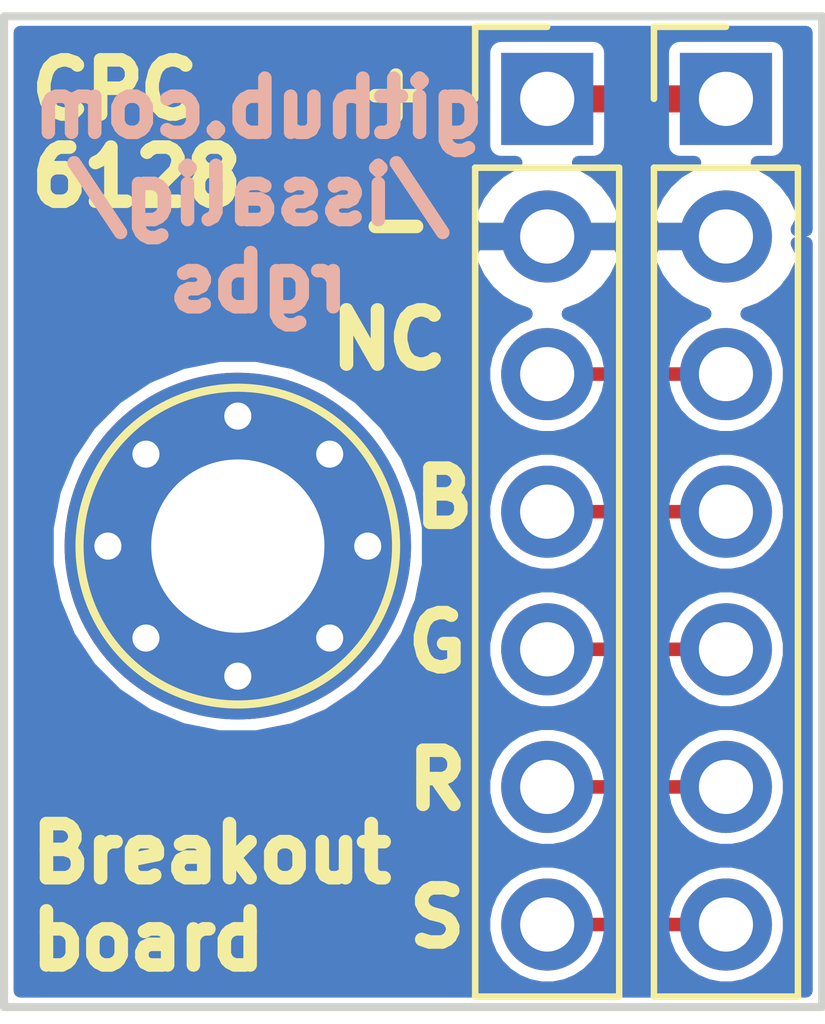
<source format=kicad_pcb>
(kicad_pcb (version 20171130) (host pcbnew 5.1.5+dfsg1-2build2)

  (general
    (thickness 1.6)
    (drawings 15)
    (tracks 8)
    (zones 0)
    (modules 3)
    (nets 8)
  )

  (page A4)
  (title_block
    (title OpenVideoModulator)
    (date 2019-03-21)
    (rev 1)
    (company SukkoPera)
    (comment 1 "Thanks to CPCWiki")
    (comment 2 http://www.cpcwiki.eu/index.php/RGB_SVideo)
    (comment 3 "Licensed under CERN OHL v.1.2")
  )

  (layers
    (0 F.Cu signal)
    (31 B.Cu signal)
    (36 B.SilkS user)
    (37 F.SilkS user)
    (38 B.Mask user)
    (39 F.Mask user)
    (44 Edge.Cuts user)
    (45 Margin user)
    (46 B.CrtYd user)
    (47 F.CrtYd user hide)
    (49 F.Fab user hide)
  )

  (setup
    (last_trace_width 0.25)
    (trace_clearance 0.2)
    (zone_clearance 0.1)
    (zone_45_only yes)
    (trace_min 0.2)
    (via_size 0.6)
    (via_drill 0.4)
    (via_min_size 0.4)
    (via_min_drill 0.3)
    (uvia_size 0.3)
    (uvia_drill 0.1)
    (uvias_allowed no)
    (uvia_min_size 0.2)
    (uvia_min_drill 0.1)
    (edge_width 0.15)
    (segment_width 0.2)
    (pcb_text_width 0.3)
    (pcb_text_size 1.5 1.5)
    (mod_edge_width 0.15)
    (mod_text_size 1 1)
    (mod_text_width 0.15)
    (pad_size 1.524 1.524)
    (pad_drill 0.762)
    (pad_to_mask_clearance 0)
    (solder_mask_min_width 0.2)
    (aux_axis_origin 0 0)
    (visible_elements FFFFF77F)
    (pcbplotparams
      (layerselection 0x010f0_ffffffff)
      (usegerberextensions false)
      (usegerberattributes false)
      (usegerberadvancedattributes false)
      (creategerberjobfile false)
      (excludeedgelayer true)
      (linewidth 0.100000)
      (plotframeref false)
      (viasonmask true)
      (mode 1)
      (useauxorigin false)
      (hpglpennumber 1)
      (hpglpenspeed 20)
      (hpglpendiameter 15.000000)
      (psnegative false)
      (psa4output false)
      (plotreference true)
      (plotvalue true)
      (plotinvisibletext false)
      (padsonsilk false)
      (subtractmaskfromsilk false)
      (outputformat 1)
      (mirror false)
      (drillshape 0)
      (scaleselection 1)
      (outputdirectory "gerbers"))
  )

  (net 0 "")
  (net 1 /sync_in)
  (net 2 /red_in)
  (net 3 /green_in)
  (net 4 /blue_in)
  (net 5 GND)
  (net 6 VCC)
  (net 7 /nc)

  (net_class Default "This is the default net class."
    (clearance 0.2)
    (trace_width 0.25)
    (via_dia 0.6)
    (via_drill 0.4)
    (uvia_dia 0.3)
    (uvia_drill 0.1)
    (add_net /blue_in)
    (add_net /green_in)
    (add_net /nc)
    (add_net /red_in)
    (add_net /sync_in)
    (add_net GND)
    (add_net VCC)
  )

  (net_class Power ""
    (clearance 0.2)
    (trace_width 0.5)
    (via_dia 0.8)
    (via_drill 0.6)
    (uvia_dia 0.3)
    (uvia_drill 0.1)
  )

  (module Connector_PinHeader_2.54mm:PinHeader_1x07_P2.54mm_Vertical (layer F.Cu) (tedit 59FED5CC) (tstamp 604B2924)
    (at 147.193 21.463)
    (descr "Through hole straight pin header, 1x07, 2.54mm pitch, single row")
    (tags "Through hole pin header THT 1x07 2.54mm single row")
    (path /5C9A7D83)
    (fp_text reference J1 (at 0 -2.33) (layer F.SilkS) hide
      (effects (font (size 1 1) (thickness 0.15)))
    )
    (fp_text value CONN_7 (at 0 17.57) (layer F.Fab)
      (effects (font (size 1 1) (thickness 0.15)))
    )
    (fp_text user %R (at 0 7.62 90) (layer F.Fab)
      (effects (font (size 1 1) (thickness 0.15)))
    )
    (fp_line (start 1.8 -1.8) (end -1.8 -1.8) (layer F.CrtYd) (width 0.05))
    (fp_line (start 1.8 17.05) (end 1.8 -1.8) (layer F.CrtYd) (width 0.05))
    (fp_line (start -1.8 17.05) (end 1.8 17.05) (layer F.CrtYd) (width 0.05))
    (fp_line (start -1.8 -1.8) (end -1.8 17.05) (layer F.CrtYd) (width 0.05))
    (fp_line (start -1.33 -1.33) (end 0 -1.33) (layer F.SilkS) (width 0.12))
    (fp_line (start -1.33 0) (end -1.33 -1.33) (layer F.SilkS) (width 0.12))
    (fp_line (start -1.33 1.27) (end 1.33 1.27) (layer F.SilkS) (width 0.12))
    (fp_line (start 1.33 1.27) (end 1.33 16.57) (layer F.SilkS) (width 0.12))
    (fp_line (start -1.33 1.27) (end -1.33 16.57) (layer F.SilkS) (width 0.12))
    (fp_line (start -1.33 16.57) (end 1.33 16.57) (layer F.SilkS) (width 0.12))
    (fp_line (start -1.27 -0.635) (end -0.635 -1.27) (layer F.Fab) (width 0.1))
    (fp_line (start -1.27 16.51) (end -1.27 -0.635) (layer F.Fab) (width 0.1))
    (fp_line (start 1.27 16.51) (end -1.27 16.51) (layer F.Fab) (width 0.1))
    (fp_line (start 1.27 -1.27) (end 1.27 16.51) (layer F.Fab) (width 0.1))
    (fp_line (start -0.635 -1.27) (end 1.27 -1.27) (layer F.Fab) (width 0.1))
    (pad 7 thru_hole oval (at 0 15.24) (size 1.7 1.7) (drill 1) (layers *.Cu *.Mask)
      (net 1 /sync_in))
    (pad 6 thru_hole oval (at 0 12.7) (size 1.7 1.7) (drill 1) (layers *.Cu *.Mask)
      (net 2 /red_in))
    (pad 5 thru_hole oval (at 0 10.16) (size 1.7 1.7) (drill 1) (layers *.Cu *.Mask)
      (net 3 /green_in))
    (pad 4 thru_hole oval (at 0 7.62) (size 1.7 1.7) (drill 1) (layers *.Cu *.Mask)
      (net 4 /blue_in))
    (pad 3 thru_hole oval (at 0 5.08) (size 1.7 1.7) (drill 1) (layers *.Cu *.Mask)
      (net 7 /nc))
    (pad 2 thru_hole oval (at 0 2.54) (size 1.7 1.7) (drill 1) (layers *.Cu *.Mask)
      (net 5 GND))
    (pad 1 thru_hole rect (at 0 0) (size 1.7 1.7) (drill 1) (layers *.Cu *.Mask)
      (net 6 VCC))
    (model ${KISYS3DMOD}/Connector_PinHeader_2.54mm.3dshapes/PinHeader_1x07_P2.54mm_Vertical.wrl
      (at (xyz 0 0 0))
      (scale (xyz 1 1 1))
      (rotate (xyz 0 0 0))
    )
  )

  (module Connector_PinHeader_2.54mm:PinHeader_1x07_P2.54mm_Vertical (layer F.Cu) (tedit 59FED5CC) (tstamp 604B2E3C)
    (at 143.891 21.463)
    (descr "Through hole straight pin header, 1x07, 2.54mm pitch, single row")
    (tags "Through hole pin header THT 1x07 2.54mm single row")
    (path /604C1F91)
    (fp_text reference J2 (at 0 -2.33) (layer F.SilkS) hide
      (effects (font (size 1 1) (thickness 0.15)))
    )
    (fp_text value CONN_7 (at 0 17.57) (layer F.Fab)
      (effects (font (size 1 1) (thickness 0.15)))
    )
    (fp_text user %R (at 0 7.62 90) (layer F.Fab)
      (effects (font (size 1 1) (thickness 0.15)))
    )
    (fp_line (start 1.8 -1.8) (end -1.8 -1.8) (layer F.CrtYd) (width 0.05))
    (fp_line (start 1.8 17.05) (end 1.8 -1.8) (layer F.CrtYd) (width 0.05))
    (fp_line (start -1.8 17.05) (end 1.8 17.05) (layer F.CrtYd) (width 0.05))
    (fp_line (start -1.8 -1.8) (end -1.8 17.05) (layer F.CrtYd) (width 0.05))
    (fp_line (start -1.33 -1.33) (end 0 -1.33) (layer F.SilkS) (width 0.12))
    (fp_line (start -1.33 0) (end -1.33 -1.33) (layer F.SilkS) (width 0.12))
    (fp_line (start -1.33 1.27) (end 1.33 1.27) (layer F.SilkS) (width 0.12))
    (fp_line (start 1.33 1.27) (end 1.33 16.57) (layer F.SilkS) (width 0.12))
    (fp_line (start -1.33 1.27) (end -1.33 16.57) (layer F.SilkS) (width 0.12))
    (fp_line (start -1.33 16.57) (end 1.33 16.57) (layer F.SilkS) (width 0.12))
    (fp_line (start -1.27 -0.635) (end -0.635 -1.27) (layer F.Fab) (width 0.1))
    (fp_line (start -1.27 16.51) (end -1.27 -0.635) (layer F.Fab) (width 0.1))
    (fp_line (start 1.27 16.51) (end -1.27 16.51) (layer F.Fab) (width 0.1))
    (fp_line (start 1.27 -1.27) (end 1.27 16.51) (layer F.Fab) (width 0.1))
    (fp_line (start -0.635 -1.27) (end 1.27 -1.27) (layer F.Fab) (width 0.1))
    (pad 7 thru_hole oval (at 0 15.24) (size 1.7 1.7) (drill 1) (layers *.Cu *.Mask)
      (net 1 /sync_in))
    (pad 6 thru_hole oval (at 0 12.7) (size 1.7 1.7) (drill 1) (layers *.Cu *.Mask)
      (net 2 /red_in))
    (pad 5 thru_hole oval (at 0 10.16) (size 1.7 1.7) (drill 1) (layers *.Cu *.Mask)
      (net 3 /green_in))
    (pad 4 thru_hole oval (at 0 7.62) (size 1.7 1.7) (drill 1) (layers *.Cu *.Mask)
      (net 4 /blue_in))
    (pad 3 thru_hole oval (at 0 5.08) (size 1.7 1.7) (drill 1) (layers *.Cu *.Mask)
      (net 7 /nc))
    (pad 2 thru_hole oval (at 0 2.54) (size 1.7 1.7) (drill 1) (layers *.Cu *.Mask)
      (net 5 GND))
    (pad 1 thru_hole rect (at 0 0) (size 1.7 1.7) (drill 1) (layers *.Cu *.Mask)
      (net 6 VCC))
    (model ${KISYS3DMOD}/Connector_PinHeader_2.54mm.3dshapes/PinHeader_1x07_P2.54mm_Vertical.wrl
      (at (xyz 0 0 0))
      (scale (xyz 1 1 1))
      (rotate (xyz 0 0 0))
    )
  )

  (module MountingHole:MountingHole_3.2mm_M3_Pad_Via (layer F.Cu) (tedit 56DDBCCA) (tstamp 604B2CF1)
    (at 138.176 29.718)
    (descr "Mounting Hole 3.2mm, M3")
    (tags "mounting hole 3.2mm m3")
    (path /606029DF)
    (attr virtual)
    (fp_text reference H1 (at 0 -4.2) (layer F.SilkS) hide
      (effects (font (size 1 1) (thickness 0.15)))
    )
    (fp_text value MountingHole (at 0 4.2) (layer F.Fab)
      (effects (font (size 1 1) (thickness 0.15)))
    )
    (fp_circle (center 0 0) (end 3.45 0) (layer F.CrtYd) (width 0.05))
    (fp_circle (center 0 0) (end 3.2 0) (layer Cmts.User) (width 0.15))
    (fp_text user %R (at 0.3 0) (layer F.Fab)
      (effects (font (size 1 1) (thickness 0.15)))
    )
    (pad 1 thru_hole circle (at 1.697056 -1.697056) (size 0.8 0.8) (drill 0.5) (layers *.Cu *.Mask))
    (pad 1 thru_hole circle (at 0 -2.4) (size 0.8 0.8) (drill 0.5) (layers *.Cu *.Mask))
    (pad 1 thru_hole circle (at -1.697056 -1.697056) (size 0.8 0.8) (drill 0.5) (layers *.Cu *.Mask))
    (pad 1 thru_hole circle (at -2.4 0) (size 0.8 0.8) (drill 0.5) (layers *.Cu *.Mask))
    (pad 1 thru_hole circle (at -1.697056 1.697056) (size 0.8 0.8) (drill 0.5) (layers *.Cu *.Mask))
    (pad 1 thru_hole circle (at 0 2.4) (size 0.8 0.8) (drill 0.5) (layers *.Cu *.Mask))
    (pad 1 thru_hole circle (at 1.697056 1.697056) (size 0.8 0.8) (drill 0.5) (layers *.Cu *.Mask))
    (pad 1 thru_hole circle (at 2.4 0) (size 0.8 0.8) (drill 0.5) (layers *.Cu *.Mask))
    (pad 1 thru_hole circle (at 0 0) (size 6.4 6.4) (drill 3.2) (layers *.Cu *.Mask))
  )

  (gr_text "github.com\n/issalig/\nrgbs" (at 138.557 23.241) (layer B.SilkS)
    (effects (font (size 1 1) (thickness 0.25)) (justify mirror))
  )
  (gr_line (start 148.971 38.227) (end 148.971 19.939) (layer Edge.Cuts) (width 0.15) (tstamp 60455118))
  (gr_line (start 133.858 19.939) (end 148.971 19.939) (layer Edge.Cuts) (width 0.15))
  (gr_text S (at 141.859 36.576) (layer F.SilkS) (tstamp 604B2E79)
    (effects (font (size 1 1) (thickness 0.25)))
  )
  (gr_text R (at 141.859 34.036) (layer F.SilkS) (tstamp 604B2E79)
    (effects (font (size 1 1) (thickness 0.25)))
  )
  (gr_text G (at 141.859 31.496) (layer F.SilkS) (tstamp 604B2E79)
    (effects (font (size 1 1) (thickness 0.25)))
  )
  (gr_text B (at 141.986 28.829) (layer F.SilkS) (tstamp 604B2E79)
    (effects (font (size 1 1) (thickness 0.25)))
  )
  (gr_text NC (at 140.97 25.908) (layer F.SilkS) (tstamp 604B2CC0)
    (effects (font (size 1 1) (thickness 0.25)))
  )
  (gr_text - (at 141.097 23.749) (layer F.SilkS) (tstamp 604B2CC0)
    (effects (font (size 1 1) (thickness 0.25)))
  )
  (gr_text + (at 141.097 21.336) (layer F.SilkS)
    (effects (font (size 1 1) (thickness 0.25)))
  )
  (gr_text "Breakout \nboard" (at 134.239 36.195) (layer F.SilkS) (tstamp 604B2C26)
    (effects (font (size 1 1) (thickness 0.25)) (justify left))
  )
  (gr_text "CPC\n6128 \n" (at 134.239 22.098) (layer F.SilkS)
    (effects (font (size 1 1) (thickness 0.25)) (justify left))
  )
  (gr_circle (center 138.176 29.718) (end 139.827 27.305) (layer F.SilkS) (width 0.15) (tstamp 60455607))
  (gr_line (start 133.858 38.227) (end 133.858 19.939) (layer Edge.Cuts) (width 0.15))
  (gr_line (start 148.971 38.227) (end 133.858 38.227) (layer Edge.Cuts) (width 0.15))

  (segment (start 143.891 36.703) (end 145.093081 36.703) (width 0.25) (layer F.Cu) (net 1))
  (segment (start 145.093081 36.703) (end 147.193 36.703) (width 0.25) (layer F.Cu) (net 1))
  (segment (start 143.891 34.163) (end 147.193 34.163) (width 0.25) (layer F.Cu) (net 2))
  (segment (start 143.891 31.623) (end 147.193 31.623) (width 0.25) (layer F.Cu) (net 3))
  (segment (start 143.891 29.083) (end 147.193 29.083) (width 0.25) (layer F.Cu) (net 4))
  (segment (start 143.891 24.003) (end 147.193 24.003) (width 0.5) (layer F.Cu) (net 5))
  (segment (start 143.891 21.463) (end 147.193 21.463) (width 0.5) (layer F.Cu) (net 6))
  (segment (start 143.891 26.543) (end 147.193 26.543) (width 0.25) (layer F.Cu) (net 7))

  (zone (net 5) (net_name GND) (layer B.Cu) (tstamp 0) (hatch edge 0.508)
    (connect_pads (clearance 0.1))
    (min_thickness 0.254)
    (fill yes (arc_segments 32) (thermal_gap 0.508) (thermal_bridge_width 0.508))
    (polygon
      (pts
        (xy 148.844 38.1) (xy 133.985 38.1) (xy 133.985 20.066) (xy 148.844 20.066)
      )
    )
    (filled_polygon
      (pts
        (xy 148.669001 23.875998) (xy 148.513156 23.875998) (xy 148.634476 23.64611) (xy 148.589825 23.498901) (xy 148.464641 23.23608)
        (xy 148.290588 23.002731) (xy 148.074355 22.807822) (xy 147.824252 22.658843) (xy 147.775592 22.641582) (xy 148.043 22.641582)
        (xy 148.107103 22.635268) (xy 148.168743 22.61657) (xy 148.22555 22.586206) (xy 148.275343 22.545343) (xy 148.316206 22.49555)
        (xy 148.34657 22.438743) (xy 148.365268 22.377103) (xy 148.371582 22.313) (xy 148.371582 20.613) (xy 148.365268 20.548897)
        (xy 148.34657 20.487257) (xy 148.316206 20.43045) (xy 148.275343 20.380657) (xy 148.22555 20.339794) (xy 148.168743 20.30943)
        (xy 148.107103 20.290732) (xy 148.043 20.284418) (xy 146.343 20.284418) (xy 146.278897 20.290732) (xy 146.217257 20.30943)
        (xy 146.16045 20.339794) (xy 146.110657 20.380657) (xy 146.069794 20.43045) (xy 146.03943 20.487257) (xy 146.020732 20.548897)
        (xy 146.014418 20.613) (xy 146.014418 22.313) (xy 146.020732 22.377103) (xy 146.03943 22.438743) (xy 146.069794 22.49555)
        (xy 146.110657 22.545343) (xy 146.16045 22.586206) (xy 146.217257 22.61657) (xy 146.278897 22.635268) (xy 146.343 22.641582)
        (xy 146.610408 22.641582) (xy 146.561748 22.658843) (xy 146.311645 22.807822) (xy 146.095412 23.002731) (xy 145.921359 23.23608)
        (xy 145.796175 23.498901) (xy 145.751524 23.64611) (xy 145.872845 23.876) (xy 147.066 23.876) (xy 147.066 23.856)
        (xy 147.32 23.856) (xy 147.32 23.876) (xy 147.34 23.876) (xy 147.34 24.13) (xy 147.32 24.13)
        (xy 147.32 24.15) (xy 147.066 24.15) (xy 147.066 24.13) (xy 145.872845 24.13) (xy 145.751524 24.35989)
        (xy 145.796175 24.507099) (xy 145.921359 24.76992) (xy 146.095412 25.003269) (xy 146.311645 25.198178) (xy 146.561748 25.347157)
        (xy 146.800179 25.431736) (xy 146.635481 25.499956) (xy 146.442706 25.628764) (xy 146.278764 25.792706) (xy 146.149956 25.985481)
        (xy 146.061231 26.199682) (xy 146.016 26.427076) (xy 146.016 26.658924) (xy 146.061231 26.886318) (xy 146.149956 27.100519)
        (xy 146.278764 27.293294) (xy 146.442706 27.457236) (xy 146.635481 27.586044) (xy 146.849682 27.674769) (xy 147.077076 27.72)
        (xy 147.308924 27.72) (xy 147.536318 27.674769) (xy 147.750519 27.586044) (xy 147.943294 27.457236) (xy 148.107236 27.293294)
        (xy 148.236044 27.100519) (xy 148.324769 26.886318) (xy 148.37 26.658924) (xy 148.37 26.427076) (xy 148.324769 26.199682)
        (xy 148.236044 25.985481) (xy 148.107236 25.792706) (xy 147.943294 25.628764) (xy 147.750519 25.499956) (xy 147.585821 25.431736)
        (xy 147.824252 25.347157) (xy 148.074355 25.198178) (xy 148.290588 25.003269) (xy 148.464641 24.76992) (xy 148.589825 24.507099)
        (xy 148.634476 24.35989) (xy 148.513156 24.130002) (xy 148.669001 24.130002) (xy 148.669 37.925) (xy 134.16 37.925)
        (xy 134.16 36.587076) (xy 142.714 36.587076) (xy 142.714 36.818924) (xy 142.759231 37.046318) (xy 142.847956 37.260519)
        (xy 142.976764 37.453294) (xy 143.140706 37.617236) (xy 143.333481 37.746044) (xy 143.547682 37.834769) (xy 143.775076 37.88)
        (xy 144.006924 37.88) (xy 144.234318 37.834769) (xy 144.448519 37.746044) (xy 144.641294 37.617236) (xy 144.805236 37.453294)
        (xy 144.934044 37.260519) (xy 145.022769 37.046318) (xy 145.068 36.818924) (xy 145.068 36.587076) (xy 146.016 36.587076)
        (xy 146.016 36.818924) (xy 146.061231 37.046318) (xy 146.149956 37.260519) (xy 146.278764 37.453294) (xy 146.442706 37.617236)
        (xy 146.635481 37.746044) (xy 146.849682 37.834769) (xy 147.077076 37.88) (xy 147.308924 37.88) (xy 147.536318 37.834769)
        (xy 147.750519 37.746044) (xy 147.943294 37.617236) (xy 148.107236 37.453294) (xy 148.236044 37.260519) (xy 148.324769 37.046318)
        (xy 148.37 36.818924) (xy 148.37 36.587076) (xy 148.324769 36.359682) (xy 148.236044 36.145481) (xy 148.107236 35.952706)
        (xy 147.943294 35.788764) (xy 147.750519 35.659956) (xy 147.536318 35.571231) (xy 147.308924 35.526) (xy 147.077076 35.526)
        (xy 146.849682 35.571231) (xy 146.635481 35.659956) (xy 146.442706 35.788764) (xy 146.278764 35.952706) (xy 146.149956 36.145481)
        (xy 146.061231 36.359682) (xy 146.016 36.587076) (xy 145.068 36.587076) (xy 145.022769 36.359682) (xy 144.934044 36.145481)
        (xy 144.805236 35.952706) (xy 144.641294 35.788764) (xy 144.448519 35.659956) (xy 144.234318 35.571231) (xy 144.006924 35.526)
        (xy 143.775076 35.526) (xy 143.547682 35.571231) (xy 143.333481 35.659956) (xy 143.140706 35.788764) (xy 142.976764 35.952706)
        (xy 142.847956 36.145481) (xy 142.759231 36.359682) (xy 142.714 36.587076) (xy 134.16 36.587076) (xy 134.16 34.047076)
        (xy 142.714 34.047076) (xy 142.714 34.278924) (xy 142.759231 34.506318) (xy 142.847956 34.720519) (xy 142.976764 34.913294)
        (xy 143.140706 35.077236) (xy 143.333481 35.206044) (xy 143.547682 35.294769) (xy 143.775076 35.34) (xy 144.006924 35.34)
        (xy 144.234318 35.294769) (xy 144.448519 35.206044) (xy 144.641294 35.077236) (xy 144.805236 34.913294) (xy 144.934044 34.720519)
        (xy 145.022769 34.506318) (xy 145.068 34.278924) (xy 145.068 34.047076) (xy 146.016 34.047076) (xy 146.016 34.278924)
        (xy 146.061231 34.506318) (xy 146.149956 34.720519) (xy 146.278764 34.913294) (xy 146.442706 35.077236) (xy 146.635481 35.206044)
        (xy 146.849682 35.294769) (xy 147.077076 35.34) (xy 147.308924 35.34) (xy 147.536318 35.294769) (xy 147.750519 35.206044)
        (xy 147.943294 35.077236) (xy 148.107236 34.913294) (xy 148.236044 34.720519) (xy 148.324769 34.506318) (xy 148.37 34.278924)
        (xy 148.37 34.047076) (xy 148.324769 33.819682) (xy 148.236044 33.605481) (xy 148.107236 33.412706) (xy 147.943294 33.248764)
        (xy 147.750519 33.119956) (xy 147.536318 33.031231) (xy 147.308924 32.986) (xy 147.077076 32.986) (xy 146.849682 33.031231)
        (xy 146.635481 33.119956) (xy 146.442706 33.248764) (xy 146.278764 33.412706) (xy 146.149956 33.605481) (xy 146.061231 33.819682)
        (xy 146.016 34.047076) (xy 145.068 34.047076) (xy 145.022769 33.819682) (xy 144.934044 33.605481) (xy 144.805236 33.412706)
        (xy 144.641294 33.248764) (xy 144.448519 33.119956) (xy 144.234318 33.031231) (xy 144.006924 32.986) (xy 143.775076 32.986)
        (xy 143.547682 33.031231) (xy 143.333481 33.119956) (xy 143.140706 33.248764) (xy 142.976764 33.412706) (xy 142.847956 33.605481)
        (xy 142.759231 33.819682) (xy 142.714 34.047076) (xy 134.16 34.047076) (xy 134.16 29.370621) (xy 134.649 29.370621)
        (xy 134.649 30.065379) (xy 134.78454 30.746788) (xy 135.050413 31.388661) (xy 135.4364 31.966332) (xy 135.927668 32.4576)
        (xy 136.505339 32.843587) (xy 137.147212 33.10946) (xy 137.828621 33.245) (xy 138.523379 33.245) (xy 139.204788 33.10946)
        (xy 139.846661 32.843587) (xy 140.424332 32.4576) (xy 140.9156 31.966332) (xy 141.222464 31.507076) (xy 142.714 31.507076)
        (xy 142.714 31.738924) (xy 142.759231 31.966318) (xy 142.847956 32.180519) (xy 142.976764 32.373294) (xy 143.140706 32.537236)
        (xy 143.333481 32.666044) (xy 143.547682 32.754769) (xy 143.775076 32.8) (xy 144.006924 32.8) (xy 144.234318 32.754769)
        (xy 144.448519 32.666044) (xy 144.641294 32.537236) (xy 144.805236 32.373294) (xy 144.934044 32.180519) (xy 145.022769 31.966318)
        (xy 145.068 31.738924) (xy 145.068 31.507076) (xy 146.016 31.507076) (xy 146.016 31.738924) (xy 146.061231 31.966318)
        (xy 146.149956 32.180519) (xy 146.278764 32.373294) (xy 146.442706 32.537236) (xy 146.635481 32.666044) (xy 146.849682 32.754769)
        (xy 147.077076 32.8) (xy 147.308924 32.8) (xy 147.536318 32.754769) (xy 147.750519 32.666044) (xy 147.943294 32.537236)
        (xy 148.107236 32.373294) (xy 148.236044 32.180519) (xy 148.324769 31.966318) (xy 148.37 31.738924) (xy 148.37 31.507076)
        (xy 148.324769 31.279682) (xy 148.236044 31.065481) (xy 148.107236 30.872706) (xy 147.943294 30.708764) (xy 147.750519 30.579956)
        (xy 147.536318 30.491231) (xy 147.308924 30.446) (xy 147.077076 30.446) (xy 146.849682 30.491231) (xy 146.635481 30.579956)
        (xy 146.442706 30.708764) (xy 146.278764 30.872706) (xy 146.149956 31.065481) (xy 146.061231 31.279682) (xy 146.016 31.507076)
        (xy 145.068 31.507076) (xy 145.022769 31.279682) (xy 144.934044 31.065481) (xy 144.805236 30.872706) (xy 144.641294 30.708764)
        (xy 144.448519 30.579956) (xy 144.234318 30.491231) (xy 144.006924 30.446) (xy 143.775076 30.446) (xy 143.547682 30.491231)
        (xy 143.333481 30.579956) (xy 143.140706 30.708764) (xy 142.976764 30.872706) (xy 142.847956 31.065481) (xy 142.759231 31.279682)
        (xy 142.714 31.507076) (xy 141.222464 31.507076) (xy 141.301587 31.388661) (xy 141.56746 30.746788) (xy 141.703 30.065379)
        (xy 141.703 29.370621) (xy 141.622731 28.967076) (xy 142.714 28.967076) (xy 142.714 29.198924) (xy 142.759231 29.426318)
        (xy 142.847956 29.640519) (xy 142.976764 29.833294) (xy 143.140706 29.997236) (xy 143.333481 30.126044) (xy 143.547682 30.214769)
        (xy 143.775076 30.26) (xy 144.006924 30.26) (xy 144.234318 30.214769) (xy 144.448519 30.126044) (xy 144.641294 29.997236)
        (xy 144.805236 29.833294) (xy 144.934044 29.640519) (xy 145.022769 29.426318) (xy 145.068 29.198924) (xy 145.068 28.967076)
        (xy 146.016 28.967076) (xy 146.016 29.198924) (xy 146.061231 29.426318) (xy 146.149956 29.640519) (xy 146.278764 29.833294)
        (xy 146.442706 29.997236) (xy 146.635481 30.126044) (xy 146.849682 30.214769) (xy 147.077076 30.26) (xy 147.308924 30.26)
        (xy 147.536318 30.214769) (xy 147.750519 30.126044) (xy 147.943294 29.997236) (xy 148.107236 29.833294) (xy 148.236044 29.640519)
        (xy 148.324769 29.426318) (xy 148.37 29.198924) (xy 148.37 28.967076) (xy 148.324769 28.739682) (xy 148.236044 28.525481)
        (xy 148.107236 28.332706) (xy 147.943294 28.168764) (xy 147.750519 28.039956) (xy 147.536318 27.951231) (xy 147.308924 27.906)
        (xy 147.077076 27.906) (xy 146.849682 27.951231) (xy 146.635481 28.039956) (xy 146.442706 28.168764) (xy 146.278764 28.332706)
        (xy 146.149956 28.525481) (xy 146.061231 28.739682) (xy 146.016 28.967076) (xy 145.068 28.967076) (xy 145.022769 28.739682)
        (xy 144.934044 28.525481) (xy 144.805236 28.332706) (xy 144.641294 28.168764) (xy 144.448519 28.039956) (xy 144.234318 27.951231)
        (xy 144.006924 27.906) (xy 143.775076 27.906) (xy 143.547682 27.951231) (xy 143.333481 28.039956) (xy 143.140706 28.168764)
        (xy 142.976764 28.332706) (xy 142.847956 28.525481) (xy 142.759231 28.739682) (xy 142.714 28.967076) (xy 141.622731 28.967076)
        (xy 141.56746 28.689212) (xy 141.301587 28.047339) (xy 140.9156 27.469668) (xy 140.424332 26.9784) (xy 139.846661 26.592413)
        (xy 139.204788 26.32654) (xy 138.523379 26.191) (xy 137.828621 26.191) (xy 137.147212 26.32654) (xy 136.505339 26.592413)
        (xy 135.927668 26.9784) (xy 135.4364 27.469668) (xy 135.050413 28.047339) (xy 134.78454 28.689212) (xy 134.649 29.370621)
        (xy 134.16 29.370621) (xy 134.16 24.35989) (xy 142.449524 24.35989) (xy 142.494175 24.507099) (xy 142.619359 24.76992)
        (xy 142.793412 25.003269) (xy 143.009645 25.198178) (xy 143.259748 25.347157) (xy 143.498179 25.431736) (xy 143.333481 25.499956)
        (xy 143.140706 25.628764) (xy 142.976764 25.792706) (xy 142.847956 25.985481) (xy 142.759231 26.199682) (xy 142.714 26.427076)
        (xy 142.714 26.658924) (xy 142.759231 26.886318) (xy 142.847956 27.100519) (xy 142.976764 27.293294) (xy 143.140706 27.457236)
        (xy 143.333481 27.586044) (xy 143.547682 27.674769) (xy 143.775076 27.72) (xy 144.006924 27.72) (xy 144.234318 27.674769)
        (xy 144.448519 27.586044) (xy 144.641294 27.457236) (xy 144.805236 27.293294) (xy 144.934044 27.100519) (xy 145.022769 26.886318)
        (xy 145.068 26.658924) (xy 145.068 26.427076) (xy 145.022769 26.199682) (xy 144.934044 25.985481) (xy 144.805236 25.792706)
        (xy 144.641294 25.628764) (xy 144.448519 25.499956) (xy 144.283821 25.431736) (xy 144.522252 25.347157) (xy 144.772355 25.198178)
        (xy 144.988588 25.003269) (xy 145.162641 24.76992) (xy 145.287825 24.507099) (xy 145.332476 24.35989) (xy 145.211155 24.13)
        (xy 144.018 24.13) (xy 144.018 24.15) (xy 143.764 24.15) (xy 143.764 24.13) (xy 142.570845 24.13)
        (xy 142.449524 24.35989) (xy 134.16 24.35989) (xy 134.16 23.64611) (xy 142.449524 23.64611) (xy 142.570845 23.876)
        (xy 143.764 23.876) (xy 143.764 23.856) (xy 144.018 23.856) (xy 144.018 23.876) (xy 145.211155 23.876)
        (xy 145.332476 23.64611) (xy 145.287825 23.498901) (xy 145.162641 23.23608) (xy 144.988588 23.002731) (xy 144.772355 22.807822)
        (xy 144.522252 22.658843) (xy 144.473592 22.641582) (xy 144.741 22.641582) (xy 144.805103 22.635268) (xy 144.866743 22.61657)
        (xy 144.92355 22.586206) (xy 144.973343 22.545343) (xy 145.014206 22.49555) (xy 145.04457 22.438743) (xy 145.063268 22.377103)
        (xy 145.069582 22.313) (xy 145.069582 20.613) (xy 145.063268 20.548897) (xy 145.04457 20.487257) (xy 145.014206 20.43045)
        (xy 144.973343 20.380657) (xy 144.92355 20.339794) (xy 144.866743 20.30943) (xy 144.805103 20.290732) (xy 144.741 20.284418)
        (xy 143.041 20.284418) (xy 142.976897 20.290732) (xy 142.915257 20.30943) (xy 142.85845 20.339794) (xy 142.808657 20.380657)
        (xy 142.767794 20.43045) (xy 142.73743 20.487257) (xy 142.718732 20.548897) (xy 142.712418 20.613) (xy 142.712418 22.313)
        (xy 142.718732 22.377103) (xy 142.73743 22.438743) (xy 142.767794 22.49555) (xy 142.808657 22.545343) (xy 142.85845 22.586206)
        (xy 142.915257 22.61657) (xy 142.976897 22.635268) (xy 143.041 22.641582) (xy 143.308408 22.641582) (xy 143.259748 22.658843)
        (xy 143.009645 22.807822) (xy 142.793412 23.002731) (xy 142.619359 23.23608) (xy 142.494175 23.498901) (xy 142.449524 23.64611)
        (xy 134.16 23.64611) (xy 134.16 20.241) (xy 148.669001 20.241)
      )
    )
  )
)

</source>
